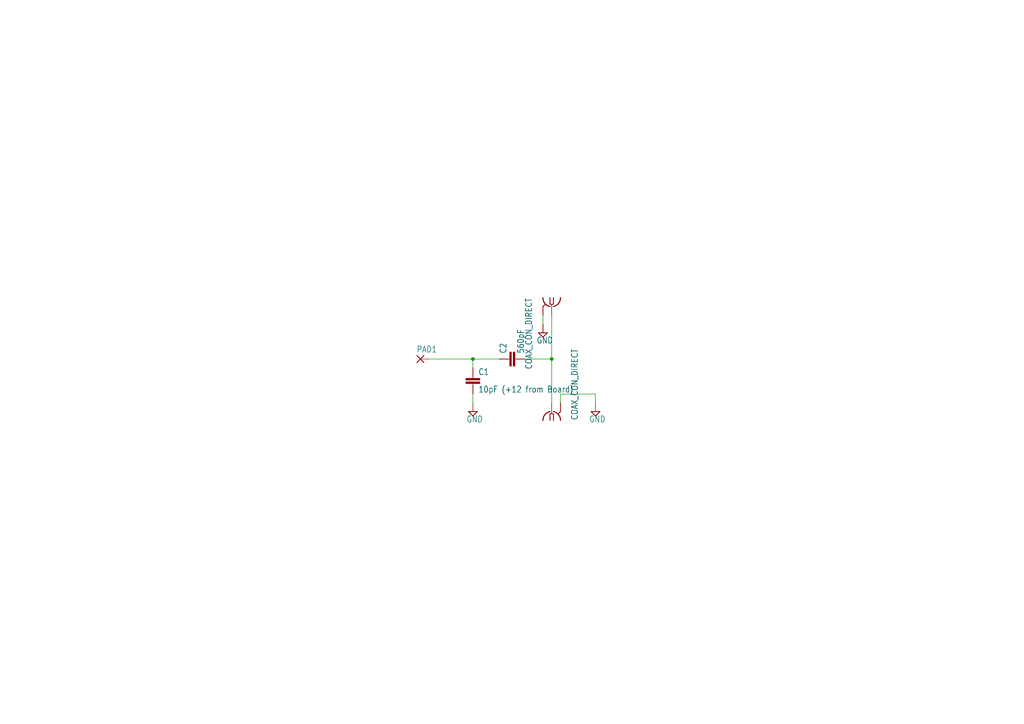
<source format=kicad_sch>
(kicad_sch (version 20231120) (generator "eeschema") (generator_version "8.0")
  (paper "A4")
  (lib_symbols
    (symbol "EndCap_Board-eagle-import:C-EUC1210"
      (property "Reference" "C" (at 1.524 0.381 0))
      (symbol "C-EUC1210_1_0"
        (rectangle (start -2.032 -2.032) (end 2.032 -1.524) (fill (type outline)))
        (rectangle (start -2.032 -1.016) (end 2.032 -0.508) (fill (type outline)))
        (polyline (pts (xy 0 -2.54) (xy 0 -2.032)) (stroke (width 0.1524)))
        (polyline (pts (xy 0 0) (xy 0 -0.508)) (stroke (width 0.1524)))
        (pin passive line (at 0 2.54 270) (length 2.54) (name "1") (number "1"))
        (pin passive line (at 0 -5.08 90) (length 2.54) (name "2") (number "2"))
      )
    )
    (symbol "EndCap_Board-eagle-import:COAX_CON_DIRECT"
      (symbol "COAX_CON_DIRECT_1_0"
        (arc (start -2.54 -2.54) (mid -0.9022 -1.9838) (end 0 -0.508) (stroke (width 0.3048)))
        (polyline (pts (xy -2.54 0.508) (xy -0.762 0.508)) (stroke (width 0.254)))
        (polyline (pts (xy -0.762 -0.508) (xy -2.54 -0.508)) (stroke (width 0.254)))
        (polyline (pts (xy -0.762 0.508) (xy -0.508 0)) (stroke (width 0.254)))
        (polyline (pts (xy -0.508 0) (xy -0.762 -0.508)) (stroke (width 0.254)))
        (polyline (pts (xy 0 -2.54) (xy -0.762 -1.778)) (stroke (width 0.254)))
        (polyline (pts (xy 0 0) (xy -0.508 0)) (stroke (width 0.1524)))
        (arc (start 0 0.508) (mid -0.9022 1.9838) (end -2.54 2.54) (stroke (width 0.3048)))
        (pin passive line (at 2.54 0 180) (length 2.54) (name "1") (number "P$1"))
        (pin passive line (at 2.54 -2.54 180) (length 2.54) (name "GND@1") (number "P$2"))
      )
    )
    (symbol "EndCap_Board-eagle-import:GND" (power)
      (symbol "GND_1_0"
        (polyline (pts (xy -1.27 0) (xy 1.27 0)) (stroke (width 0.254)))
        (polyline (pts (xy 0 -1.27) (xy -1.27 0)) (stroke (width 0.254)))
        (polyline (pts (xy 1.27 0) (xy 0 -1.27)) (stroke (width 0.254)))
        (pin power_in line (at 0 2.54 270) (length 2.54) (name "GND") (number "1"))
      )
    )
    (symbol "EndCap_Board-eagle-import:SMD5"
      (property "Reference" "PAD" (at -1.143 1.8542 0))
      (symbol "SMD5_1_0"
        (polyline (pts (xy -1.016 -1.016) (xy 1.016 1.016)) (stroke (width 0.254)))
        (polyline (pts (xy -1.016 1.016) (xy 1.016 -1.016)) (stroke (width 0.254)))
        (pin passive line (at 2.54 0 180) (length 2.54) (name "P") (number "1"))
      )
    )
  )
  (junction (at 160.02 104.14))
  (junction (at 137.16 104.14))
  (wire (pts (xy 160.02 104.14) (xy 160.02 91.44)) (stroke (width 0.1524)))
  (wire (pts (xy 124.46 104.14) (xy 137.16 104.14)) (stroke (width 0.1524)))
  (wire (pts (xy 157.48 91.44) (xy 157.48 93.98)) (stroke (width 0.1524)))
  (wire (pts (xy 152.4 104.14) (xy 160.02 104.14)) (stroke (width 0.1524)))
  (wire (pts (xy 137.16 106.68) (xy 137.16 104.14)) (stroke (width 0.1524)))
  (wire (pts (xy 160.02 116.84) (xy 160.02 104.14)) (stroke (width 0.1524)))
  (wire (pts (xy 137.16 114.3) (xy 137.16 116.84)) (stroke (width 0.1524)))
  (wire (pts (xy 172.72 114.3) (xy 172.72 116.84)) (stroke (width 0.1524)))
  (wire (pts (xy 162.56 114.3) (xy 172.72 114.3)) (stroke (width 0.1524)))
  (wire (pts (xy 162.56 116.84) (xy 162.56 114.3)) (stroke (width 0.1524)))
  (wire (pts (xy 137.16 104.14) (xy 144.78 104.14)) (stroke (width 0.1524)))
  (symbol (lib_id "EndCap_Board-eagle-import:GND") (at 137.16 119.38 0) (unit 1)
    (property "Reference" "#SUPPLY1" (effects (hide yes)))
    (property "Value" "GND" (at 135.255 122.555 0) (effects (font (size 1.778 1.5113)) (justify left bottom)))
  )
  (symbol (lib_id "EndCap_Board-eagle-import:COAX_CON_DIRECT") (at 160.02 119.38 90) (unit 1)
    (property "Reference" "U$2" (effects (hide yes)))
    (property "Value" "COAX_CON_DIRECT" (at 167.64 121.92 0) (effects (font (size 1.778 1.5113)) (justify left bottom)))
    (property "Footprint" "EndCap_Board:COAX.141" (effects (hide yes)))
  )
  (symbol (lib_id "EndCap_Board-eagle-import:GND") (at 157.48 96.52 0) (unit 1)
    (property "Reference" "#SUPPLY2" (effects (hide yes)))
    (property "Value" "GND" (at 155.575 99.695 0) (effects (font (size 1.778 1.5113)) (justify left bottom)))
  )
  (symbol (lib_id "EndCap_Board-eagle-import:C-EUC1210") (at 137.16 109.22 0) (unit 1)
    (property "Reference" "C1" (at 138.684 108.839 0) (effects (font (size 1.778 1.5113)) (justify left bottom)))
    (property "Value" "10pF (+12 from Board)" (at 138.684 113.919 0) (effects (font (size 1.778 1.5113)) (justify left bottom)))
    (property "Footprint" "EndCap_Board:C1210" (effects (hide yes)))
  )
  (symbol (lib_id "EndCap_Board-eagle-import:GND") (at 172.72 119.38 0) (unit 1)
    (property "Reference" "#SUPPLY3" (effects (hide yes)))
    (property "Value" "GND" (at 170.815 122.555 0) (effects (font (size 1.778 1.5113)) (justify left bottom)))
  )
  (symbol (lib_id "EndCap_Board-eagle-import:COAX_CON_DIRECT") (at 160.02 88.9 270) (unit 1)
    (property "Reference" "U$1" (effects (hide yes)))
    (property "Value" "COAX_CON_DIRECT" (at 152.4 86.36 0) (effects (font (size 1.778 1.5113)) (justify left bottom)))
    (property "Footprint" "EndCap_Board:COAX.141" (effects (hide yes)))
  )
  (symbol (lib_id "EndCap_Board-eagle-import:C-EUC1210") (at 147.32 104.14 90) (unit 1)
    (property "Reference" "C2" (at 146.939 102.616 0) (effects (font (size 1.778 1.5113)) (justify left bottom)))
    (property "Value" "560pF" (at 152.019 102.616 0) (effects (font (size 1.778 1.5113)) (justify left bottom)))
    (property "Footprint" "EndCap_Board:C1210" (effects (hide yes)))
  )
  (symbol (lib_id "EndCap_Board-eagle-import:SMD5") (at 121.92 104.14 0) (unit 1)
    (property "Reference" "PAD1" (at 120.777 102.2858 0) (effects (font (size 1.778 1.5113)) (justify left bottom)))
    (property "Value" "SMD5" (effects (hide yes)))
    (property "Footprint" "EndCap_Board:SMD2,54-5,08" (effects (hide yes)))
  )
)
</source>
